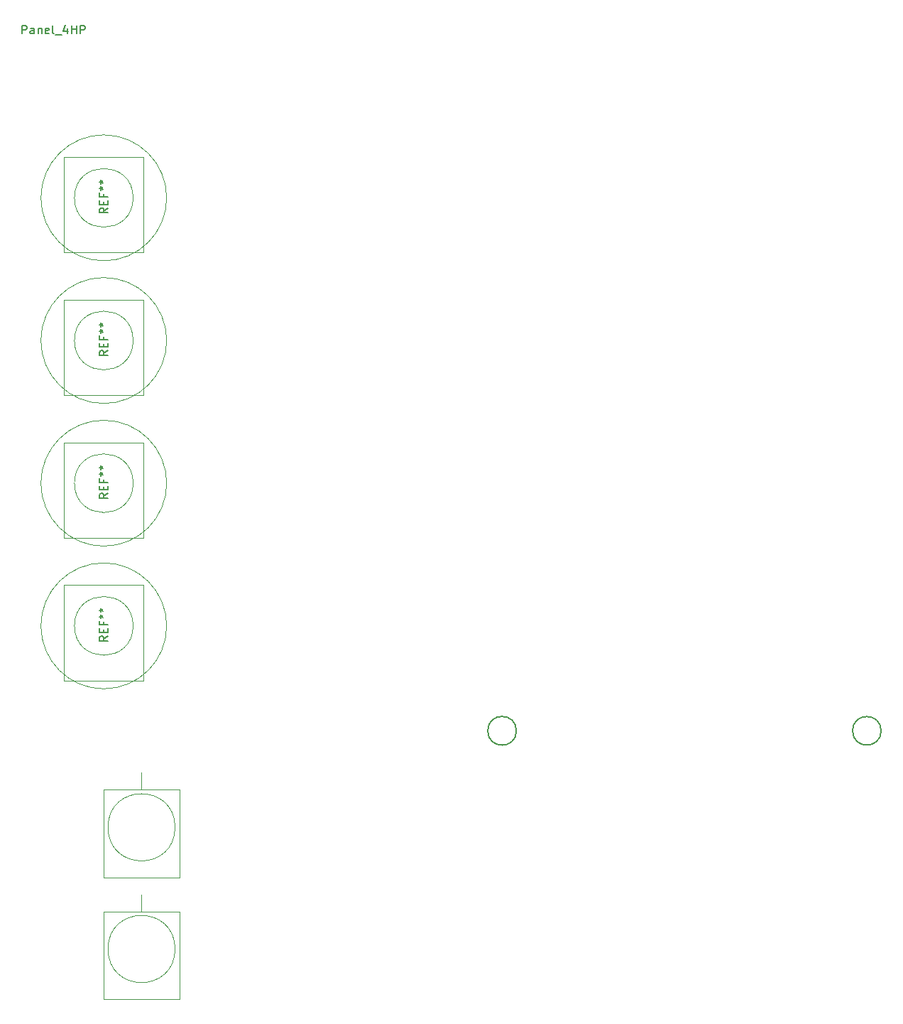
<source format=gbr>
%TF.GenerationSoftware,KiCad,Pcbnew,5.1.9+dfsg1-1~bpo10+1*%
%TF.CreationDate,2022-02-02T14:00:37+08:00*%
%TF.ProjectId,MiniADSR 1.0.1 - Front,4d696e69-4144-4535-9220-312e302e3120,rev?*%
%TF.SameCoordinates,Original*%
%TF.FileFunction,Other,Fab,Top*%
%FSLAX46Y46*%
G04 Gerber Fmt 4.6, Leading zero omitted, Abs format (unit mm)*
G04 Created by KiCad (PCBNEW 5.1.9+dfsg1-1~bpo10+1) date 2022-02-02 14:00:37*
%MOMM*%
%LPD*%
G01*
G04 APERTURE LIST*
%ADD10C,0.150000*%
%ADD11C,0.100000*%
%ADD12C,0.120000*%
G04 APERTURE END LIST*
D10*
X152705877Y-122500000D02*
G75*
G03*
X152705877Y-122500000I-1702939J0D01*
G01*
X109211724Y-122500000D02*
G75*
G03*
X109211724Y-122500000I-1711724J0D01*
G01*
D11*
%TO.C,REF\u002A\u002A*%
X60000000Y-139980000D02*
X60000000Y-129580000D01*
X69000000Y-139980000D02*
X60000000Y-139980000D01*
X64500000Y-127500000D02*
X64500000Y-129530000D01*
X69000000Y-129530000D02*
X60000000Y-129530000D01*
X69000000Y-139980000D02*
X69000000Y-129580000D01*
D12*
X68500000Y-134000000D02*
G75*
G03*
X68500000Y-134000000I-4000000J0D01*
G01*
X67500000Y-110000000D02*
G75*
G03*
X67500000Y-110000000I-7500000J0D01*
G01*
D11*
X64750000Y-105150000D02*
X55250000Y-105150000D01*
X64750000Y-116500000D02*
X64750000Y-105150000D01*
X55250000Y-116500000D02*
X55250000Y-105150000D01*
X63500000Y-110000000D02*
G75*
G03*
X63500000Y-110000000I-3500000J0D01*
G01*
X64750000Y-116500000D02*
X55250000Y-116500000D01*
D12*
X67500000Y-93000000D02*
G75*
G03*
X67500000Y-93000000I-7500000J0D01*
G01*
D11*
X64750000Y-88150000D02*
X55250000Y-88150000D01*
X64750000Y-99500000D02*
X64750000Y-88150000D01*
X55250000Y-99500000D02*
X55250000Y-88150000D01*
X63500000Y-93000000D02*
G75*
G03*
X63500000Y-93000000I-3500000J0D01*
G01*
X64750000Y-99500000D02*
X55250000Y-99500000D01*
D12*
X67500000Y-76000000D02*
G75*
G03*
X67500000Y-76000000I-7500000J0D01*
G01*
D11*
X64750000Y-71150000D02*
X55250000Y-71150000D01*
X64750000Y-82500000D02*
X64750000Y-71150000D01*
X55250000Y-82500000D02*
X55250000Y-71150000D01*
X63500000Y-76000000D02*
G75*
G03*
X63500000Y-76000000I-3500000J0D01*
G01*
X64750000Y-82500000D02*
X55250000Y-82500000D01*
D12*
X67500000Y-59000000D02*
G75*
G03*
X67500000Y-59000000I-7500000J0D01*
G01*
D11*
X64750000Y-54150000D02*
X55250000Y-54150000D01*
X64750000Y-65500000D02*
X64750000Y-54150000D01*
X55250000Y-65500000D02*
X55250000Y-54150000D01*
X63500000Y-59000000D02*
G75*
G03*
X63500000Y-59000000I-3500000J0D01*
G01*
X64750000Y-65500000D02*
X55250000Y-65500000D01*
X60000000Y-154480000D02*
X60000000Y-144080000D01*
X69000000Y-154480000D02*
X60000000Y-154480000D01*
X64500000Y-142000000D02*
X64500000Y-144030000D01*
X69000000Y-144030000D02*
X60000000Y-144030000D01*
X69000000Y-154480000D02*
X69000000Y-144080000D01*
D12*
X68500000Y-148500000D02*
G75*
G03*
X68500000Y-148500000I-4000000J0D01*
G01*
%TD*%
%TO.C,REF\u002A\u002A*%
D10*
X60492380Y-111213333D02*
X60016190Y-111546666D01*
X60492380Y-111784761D02*
X59492380Y-111784761D01*
X59492380Y-111403809D01*
X59540000Y-111308571D01*
X59587619Y-111260952D01*
X59682857Y-111213333D01*
X59825714Y-111213333D01*
X59920952Y-111260952D01*
X59968571Y-111308571D01*
X60016190Y-111403809D01*
X60016190Y-111784761D01*
X59968571Y-110784761D02*
X59968571Y-110451428D01*
X60492380Y-110308571D02*
X60492380Y-110784761D01*
X59492380Y-110784761D01*
X59492380Y-110308571D01*
X59968571Y-109546666D02*
X59968571Y-109880000D01*
X60492380Y-109880000D02*
X59492380Y-109880000D01*
X59492380Y-109403809D01*
X59492380Y-108880000D02*
X59730476Y-108880000D01*
X59635238Y-109118095D02*
X59730476Y-108880000D01*
X59635238Y-108641904D01*
X59920952Y-109022857D02*
X59730476Y-108880000D01*
X59920952Y-108737142D01*
X59492380Y-108118095D02*
X59730476Y-108118095D01*
X59635238Y-108356190D02*
X59730476Y-108118095D01*
X59635238Y-107880000D01*
X59920952Y-108260952D02*
X59730476Y-108118095D01*
X59920952Y-107975238D01*
X60492380Y-94213333D02*
X60016190Y-94546666D01*
X60492380Y-94784761D02*
X59492380Y-94784761D01*
X59492380Y-94403809D01*
X59540000Y-94308571D01*
X59587619Y-94260952D01*
X59682857Y-94213333D01*
X59825714Y-94213333D01*
X59920952Y-94260952D01*
X59968571Y-94308571D01*
X60016190Y-94403809D01*
X60016190Y-94784761D01*
X59968571Y-93784761D02*
X59968571Y-93451428D01*
X60492380Y-93308571D02*
X60492380Y-93784761D01*
X59492380Y-93784761D01*
X59492380Y-93308571D01*
X59968571Y-92546666D02*
X59968571Y-92880000D01*
X60492380Y-92880000D02*
X59492380Y-92880000D01*
X59492380Y-92403809D01*
X59492380Y-91880000D02*
X59730476Y-91880000D01*
X59635238Y-92118095D02*
X59730476Y-91880000D01*
X59635238Y-91641904D01*
X59920952Y-92022857D02*
X59730476Y-91880000D01*
X59920952Y-91737142D01*
X59492380Y-91118095D02*
X59730476Y-91118095D01*
X59635238Y-91356190D02*
X59730476Y-91118095D01*
X59635238Y-90880000D01*
X59920952Y-91260952D02*
X59730476Y-91118095D01*
X59920952Y-90975238D01*
X60492380Y-77213333D02*
X60016190Y-77546666D01*
X60492380Y-77784761D02*
X59492380Y-77784761D01*
X59492380Y-77403809D01*
X59540000Y-77308571D01*
X59587619Y-77260952D01*
X59682857Y-77213333D01*
X59825714Y-77213333D01*
X59920952Y-77260952D01*
X59968571Y-77308571D01*
X60016190Y-77403809D01*
X60016190Y-77784761D01*
X59968571Y-76784761D02*
X59968571Y-76451428D01*
X60492380Y-76308571D02*
X60492380Y-76784761D01*
X59492380Y-76784761D01*
X59492380Y-76308571D01*
X59968571Y-75546666D02*
X59968571Y-75880000D01*
X60492380Y-75880000D02*
X59492380Y-75880000D01*
X59492380Y-75403809D01*
X59492380Y-74880000D02*
X59730476Y-74880000D01*
X59635238Y-75118095D02*
X59730476Y-74880000D01*
X59635238Y-74641904D01*
X59920952Y-75022857D02*
X59730476Y-74880000D01*
X59920952Y-74737142D01*
X59492380Y-74118095D02*
X59730476Y-74118095D01*
X59635238Y-74356190D02*
X59730476Y-74118095D01*
X59635238Y-73880000D01*
X59920952Y-74260952D02*
X59730476Y-74118095D01*
X59920952Y-73975238D01*
X60492380Y-60213333D02*
X60016190Y-60546666D01*
X60492380Y-60784761D02*
X59492380Y-60784761D01*
X59492380Y-60403809D01*
X59540000Y-60308571D01*
X59587619Y-60260952D01*
X59682857Y-60213333D01*
X59825714Y-60213333D01*
X59920952Y-60260952D01*
X59968571Y-60308571D01*
X60016190Y-60403809D01*
X60016190Y-60784761D01*
X59968571Y-59784761D02*
X59968571Y-59451428D01*
X60492380Y-59308571D02*
X60492380Y-59784761D01*
X59492380Y-59784761D01*
X59492380Y-59308571D01*
X59968571Y-58546666D02*
X59968571Y-58880000D01*
X60492380Y-58880000D02*
X59492380Y-58880000D01*
X59492380Y-58403809D01*
X59492380Y-57880000D02*
X59730476Y-57880000D01*
X59635238Y-58118095D02*
X59730476Y-57880000D01*
X59635238Y-57641904D01*
X59920952Y-58022857D02*
X59730476Y-57880000D01*
X59920952Y-57737142D01*
X59492380Y-57118095D02*
X59730476Y-57118095D01*
X59635238Y-57356190D02*
X59730476Y-57118095D01*
X59635238Y-56880000D01*
X59920952Y-57260952D02*
X59730476Y-57118095D01*
X59920952Y-56975238D01*
X50261904Y-39452380D02*
X50261904Y-38452380D01*
X50642857Y-38452380D01*
X50738095Y-38500000D01*
X50785714Y-38547619D01*
X50833333Y-38642857D01*
X50833333Y-38785714D01*
X50785714Y-38880952D01*
X50738095Y-38928571D01*
X50642857Y-38976190D01*
X50261904Y-38976190D01*
X51690476Y-39452380D02*
X51690476Y-38928571D01*
X51642857Y-38833333D01*
X51547619Y-38785714D01*
X51357142Y-38785714D01*
X51261904Y-38833333D01*
X51690476Y-39404761D02*
X51595238Y-39452380D01*
X51357142Y-39452380D01*
X51261904Y-39404761D01*
X51214285Y-39309523D01*
X51214285Y-39214285D01*
X51261904Y-39119047D01*
X51357142Y-39071428D01*
X51595238Y-39071428D01*
X51690476Y-39023809D01*
X52166666Y-38785714D02*
X52166666Y-39452380D01*
X52166666Y-38880952D02*
X52214285Y-38833333D01*
X52309523Y-38785714D01*
X52452380Y-38785714D01*
X52547619Y-38833333D01*
X52595238Y-38928571D01*
X52595238Y-39452380D01*
X53452380Y-39404761D02*
X53357142Y-39452380D01*
X53166666Y-39452380D01*
X53071428Y-39404761D01*
X53023809Y-39309523D01*
X53023809Y-38928571D01*
X53071428Y-38833333D01*
X53166666Y-38785714D01*
X53357142Y-38785714D01*
X53452380Y-38833333D01*
X53500000Y-38928571D01*
X53500000Y-39023809D01*
X53023809Y-39119047D01*
X54071428Y-39452380D02*
X53976190Y-39404761D01*
X53928571Y-39309523D01*
X53928571Y-38452380D01*
X54214285Y-39547619D02*
X54976190Y-39547619D01*
X55642857Y-38785714D02*
X55642857Y-39452380D01*
X55404761Y-38404761D02*
X55166666Y-39119047D01*
X55785714Y-39119047D01*
X56166666Y-39452380D02*
X56166666Y-38452380D01*
X56166666Y-38928571D02*
X56738095Y-38928571D01*
X56738095Y-39452380D02*
X56738095Y-38452380D01*
X57214285Y-39452380D02*
X57214285Y-38452380D01*
X57595238Y-38452380D01*
X57690476Y-38500000D01*
X57738095Y-38547619D01*
X57785714Y-38642857D01*
X57785714Y-38785714D01*
X57738095Y-38880952D01*
X57690476Y-38928571D01*
X57595238Y-38976190D01*
X57214285Y-38976190D01*
%TD*%
M02*

</source>
